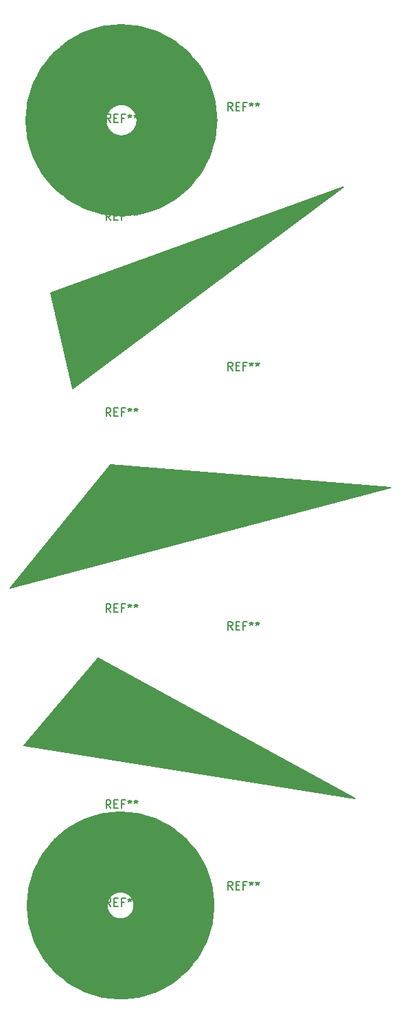
<source format=gbr>
G04 #@! TF.GenerationSoftware,KiCad,Pcbnew,(5.0.0-rc2-47-g52fceb3)*
G04 #@! TF.CreationDate,2018-06-13T16:43:58-05:00*
G04 #@! TF.ProjectId,nearness_att_panel,6E6561726E6573735F6174745F70616E,rev?*
G04 #@! TF.SameCoordinates,Original*
G04 #@! TF.FileFunction,Legend,Top*
G04 #@! TF.FilePolarity,Positive*
%FSLAX46Y46*%
G04 Gerber Fmt 4.6, Leading zero omitted, Abs format (unit mm)*
G04 Created by KiCad (PCBNEW (5.0.0-rc2-47-g52fceb3)) date Wednesday, June 13, 2018 at 04:43:58 PM*
%MOMM*%
%LPD*%
G01*
G04 APERTURE LIST*
%ADD10C,10.000000*%
%ADD11C,0.150000*%
G04 APERTURE END LIST*
D10*
X14317128Y-15951200D02*
G75*
G03X14317128Y-15951200I-6849528J0D01*
G01*
X13954351Y-112623600D02*
G75*
G03X13954351Y-112623600I-6588351J0D01*
G01*
D11*
G36*
X4622800Y-82194400D02*
X-4521200Y-92913200D01*
X36271200Y-99466400D01*
X4622800Y-82194400D01*
G37*
X4622800Y-82194400D02*
X-4521200Y-92913200D01*
X36271200Y-99466400D01*
X4622800Y-82194400D01*
G36*
X6096000Y-58369200D02*
X-6248400Y-73558400D01*
X40690800Y-61163200D01*
X6096000Y-58369200D01*
G37*
X6096000Y-58369200D02*
X-6248400Y-73558400D01*
X40690800Y-61163200D01*
X6096000Y-58369200D01*
G36*
X-1219200Y-37185600D02*
X1473200Y-48971200D01*
X34798000Y-24180800D01*
X-1219200Y-37185600D01*
G37*
X-1219200Y-37185600D02*
X1473200Y-48971200D01*
X34798000Y-24180800D01*
X-1219200Y-37185600D01*
G04 #@! TO.C,REF\002A\002A*
X6166666Y-16192380D02*
X5833333Y-15716190D01*
X5595238Y-16192380D02*
X5595238Y-15192380D01*
X5976190Y-15192380D01*
X6071428Y-15240000D01*
X6119047Y-15287619D01*
X6166666Y-15382857D01*
X6166666Y-15525714D01*
X6119047Y-15620952D01*
X6071428Y-15668571D01*
X5976190Y-15716190D01*
X5595238Y-15716190D01*
X6595238Y-15668571D02*
X6928571Y-15668571D01*
X7071428Y-16192380D02*
X6595238Y-16192380D01*
X6595238Y-15192380D01*
X7071428Y-15192380D01*
X7833333Y-15668571D02*
X7500000Y-15668571D01*
X7500000Y-16192380D02*
X7500000Y-15192380D01*
X7976190Y-15192380D01*
X8500000Y-15192380D02*
X8500000Y-15430476D01*
X8261904Y-15335238D02*
X8500000Y-15430476D01*
X8738095Y-15335238D01*
X8357142Y-15620952D02*
X8500000Y-15430476D01*
X8642857Y-15620952D01*
X9261904Y-15192380D02*
X9261904Y-15430476D01*
X9023809Y-15335238D02*
X9261904Y-15430476D01*
X9500000Y-15335238D01*
X9119047Y-15620952D02*
X9261904Y-15430476D01*
X9404761Y-15620952D01*
X21166666Y-110668380D02*
X20833333Y-110192190D01*
X20595238Y-110668380D02*
X20595238Y-109668380D01*
X20976190Y-109668380D01*
X21071428Y-109716000D01*
X21119047Y-109763619D01*
X21166666Y-109858857D01*
X21166666Y-110001714D01*
X21119047Y-110096952D01*
X21071428Y-110144571D01*
X20976190Y-110192190D01*
X20595238Y-110192190D01*
X21595238Y-110144571D02*
X21928571Y-110144571D01*
X22071428Y-110668380D02*
X21595238Y-110668380D01*
X21595238Y-109668380D01*
X22071428Y-109668380D01*
X22833333Y-110144571D02*
X22500000Y-110144571D01*
X22500000Y-110668380D02*
X22500000Y-109668380D01*
X22976190Y-109668380D01*
X23500000Y-109668380D02*
X23500000Y-109906476D01*
X23261904Y-109811238D02*
X23500000Y-109906476D01*
X23738095Y-109811238D01*
X23357142Y-110096952D02*
X23500000Y-109906476D01*
X23642857Y-110096952D01*
X24261904Y-109668380D02*
X24261904Y-109906476D01*
X24023809Y-109811238D02*
X24261904Y-109906476D01*
X24500000Y-109811238D01*
X24119047Y-110096952D02*
X24261904Y-109906476D01*
X24404761Y-110096952D01*
X21166666Y-94687380D02*
X20833333Y-94211190D01*
X20595238Y-94687380D02*
X20595238Y-93687380D01*
X20976190Y-93687380D01*
X21071428Y-93735000D01*
X21119047Y-93782619D01*
X21166666Y-93877857D01*
X21166666Y-94020714D01*
X21119047Y-94115952D01*
X21071428Y-94163571D01*
X20976190Y-94211190D01*
X20595238Y-94211190D01*
X21595238Y-94163571D02*
X21928571Y-94163571D01*
X22071428Y-94687380D02*
X21595238Y-94687380D01*
X21595238Y-93687380D01*
X22071428Y-93687380D01*
X22833333Y-94163571D02*
X22500000Y-94163571D01*
X22500000Y-94687380D02*
X22500000Y-93687380D01*
X22976190Y-93687380D01*
X23500000Y-93687380D02*
X23500000Y-93925476D01*
X23261904Y-93830238D02*
X23500000Y-93925476D01*
X23738095Y-93830238D01*
X23357142Y-94115952D02*
X23500000Y-93925476D01*
X23642857Y-94115952D01*
X24261904Y-93687380D02*
X24261904Y-93925476D01*
X24023809Y-93830238D02*
X24261904Y-93925476D01*
X24500000Y-93830238D01*
X24119047Y-94115952D02*
X24261904Y-93925476D01*
X24404761Y-94115952D01*
X21166666Y-78705380D02*
X20833333Y-78229190D01*
X20595238Y-78705380D02*
X20595238Y-77705380D01*
X20976190Y-77705380D01*
X21071428Y-77753000D01*
X21119047Y-77800619D01*
X21166666Y-77895857D01*
X21166666Y-78038714D01*
X21119047Y-78133952D01*
X21071428Y-78181571D01*
X20976190Y-78229190D01*
X20595238Y-78229190D01*
X21595238Y-78181571D02*
X21928571Y-78181571D01*
X22071428Y-78705380D02*
X21595238Y-78705380D01*
X21595238Y-77705380D01*
X22071428Y-77705380D01*
X22833333Y-78181571D02*
X22500000Y-78181571D01*
X22500000Y-78705380D02*
X22500000Y-77705380D01*
X22976190Y-77705380D01*
X23500000Y-77705380D02*
X23500000Y-77943476D01*
X23261904Y-77848238D02*
X23500000Y-77943476D01*
X23738095Y-77848238D01*
X23357142Y-78133952D02*
X23500000Y-77943476D01*
X23642857Y-78133952D01*
X24261904Y-77705380D02*
X24261904Y-77943476D01*
X24023809Y-77848238D02*
X24261904Y-77943476D01*
X24500000Y-77848238D01*
X24119047Y-78133952D02*
X24261904Y-77943476D01*
X24404761Y-78133952D01*
X21166666Y-62724380D02*
X20833333Y-62248190D01*
X20595238Y-62724380D02*
X20595238Y-61724380D01*
X20976190Y-61724380D01*
X21071428Y-61772000D01*
X21119047Y-61819619D01*
X21166666Y-61914857D01*
X21166666Y-62057714D01*
X21119047Y-62152952D01*
X21071428Y-62200571D01*
X20976190Y-62248190D01*
X20595238Y-62248190D01*
X21595238Y-62200571D02*
X21928571Y-62200571D01*
X22071428Y-62724380D02*
X21595238Y-62724380D01*
X21595238Y-61724380D01*
X22071428Y-61724380D01*
X22833333Y-62200571D02*
X22500000Y-62200571D01*
X22500000Y-62724380D02*
X22500000Y-61724380D01*
X22976190Y-61724380D01*
X23500000Y-61724380D02*
X23500000Y-61962476D01*
X23261904Y-61867238D02*
X23500000Y-61962476D01*
X23738095Y-61867238D01*
X23357142Y-62152952D02*
X23500000Y-61962476D01*
X23642857Y-62152952D01*
X24261904Y-61724380D02*
X24261904Y-61962476D01*
X24023809Y-61867238D02*
X24261904Y-61962476D01*
X24500000Y-61867238D01*
X24119047Y-62152952D02*
X24261904Y-61962476D01*
X24404761Y-62152952D01*
X21166666Y-46743380D02*
X20833333Y-46267190D01*
X20595238Y-46743380D02*
X20595238Y-45743380D01*
X20976190Y-45743380D01*
X21071428Y-45791000D01*
X21119047Y-45838619D01*
X21166666Y-45933857D01*
X21166666Y-46076714D01*
X21119047Y-46171952D01*
X21071428Y-46219571D01*
X20976190Y-46267190D01*
X20595238Y-46267190D01*
X21595238Y-46219571D02*
X21928571Y-46219571D01*
X22071428Y-46743380D02*
X21595238Y-46743380D01*
X21595238Y-45743380D01*
X22071428Y-45743380D01*
X22833333Y-46219571D02*
X22500000Y-46219571D01*
X22500000Y-46743380D02*
X22500000Y-45743380D01*
X22976190Y-45743380D01*
X23500000Y-45743380D02*
X23500000Y-45981476D01*
X23261904Y-45886238D02*
X23500000Y-45981476D01*
X23738095Y-45886238D01*
X23357142Y-46171952D02*
X23500000Y-45981476D01*
X23642857Y-46171952D01*
X24261904Y-45743380D02*
X24261904Y-45981476D01*
X24023809Y-45886238D02*
X24261904Y-45981476D01*
X24500000Y-45886238D01*
X24119047Y-46171952D02*
X24261904Y-45981476D01*
X24404761Y-46171952D01*
X21166666Y-30762380D02*
X20833333Y-30286190D01*
X20595238Y-30762380D02*
X20595238Y-29762380D01*
X20976190Y-29762380D01*
X21071428Y-29810000D01*
X21119047Y-29857619D01*
X21166666Y-29952857D01*
X21166666Y-30095714D01*
X21119047Y-30190952D01*
X21071428Y-30238571D01*
X20976190Y-30286190D01*
X20595238Y-30286190D01*
X21595238Y-30238571D02*
X21928571Y-30238571D01*
X22071428Y-30762380D02*
X21595238Y-30762380D01*
X21595238Y-29762380D01*
X22071428Y-29762380D01*
X22833333Y-30238571D02*
X22500000Y-30238571D01*
X22500000Y-30762380D02*
X22500000Y-29762380D01*
X22976190Y-29762380D01*
X23500000Y-29762380D02*
X23500000Y-30000476D01*
X23261904Y-29905238D02*
X23500000Y-30000476D01*
X23738095Y-29905238D01*
X23357142Y-30190952D02*
X23500000Y-30000476D01*
X23642857Y-30190952D01*
X24261904Y-29762380D02*
X24261904Y-30000476D01*
X24023809Y-29905238D02*
X24261904Y-30000476D01*
X24500000Y-29905238D01*
X24119047Y-30190952D02*
X24261904Y-30000476D01*
X24404761Y-30190952D01*
X21166666Y-14781380D02*
X20833333Y-14305190D01*
X20595238Y-14781380D02*
X20595238Y-13781380D01*
X20976190Y-13781380D01*
X21071428Y-13829000D01*
X21119047Y-13876619D01*
X21166666Y-13971857D01*
X21166666Y-14114714D01*
X21119047Y-14209952D01*
X21071428Y-14257571D01*
X20976190Y-14305190D01*
X20595238Y-14305190D01*
X21595238Y-14257571D02*
X21928571Y-14257571D01*
X22071428Y-14781380D02*
X21595238Y-14781380D01*
X21595238Y-13781380D01*
X22071428Y-13781380D01*
X22833333Y-14257571D02*
X22500000Y-14257571D01*
X22500000Y-14781380D02*
X22500000Y-13781380D01*
X22976190Y-13781380D01*
X23500000Y-13781380D02*
X23500000Y-14019476D01*
X23261904Y-13924238D02*
X23500000Y-14019476D01*
X23738095Y-13924238D01*
X23357142Y-14209952D02*
X23500000Y-14019476D01*
X23642857Y-14209952D01*
X24261904Y-13781380D02*
X24261904Y-14019476D01*
X24023809Y-13924238D02*
X24261904Y-14019476D01*
X24500000Y-13924238D01*
X24119047Y-14209952D02*
X24261904Y-14019476D01*
X24404761Y-14209952D01*
X6166666Y-112712380D02*
X5833333Y-112236190D01*
X5595238Y-112712380D02*
X5595238Y-111712380D01*
X5976190Y-111712380D01*
X6071428Y-111760000D01*
X6119047Y-111807619D01*
X6166666Y-111902857D01*
X6166666Y-112045714D01*
X6119047Y-112140952D01*
X6071428Y-112188571D01*
X5976190Y-112236190D01*
X5595238Y-112236190D01*
X6595238Y-112188571D02*
X6928571Y-112188571D01*
X7071428Y-112712380D02*
X6595238Y-112712380D01*
X6595238Y-111712380D01*
X7071428Y-111712380D01*
X7833333Y-112188571D02*
X7500000Y-112188571D01*
X7500000Y-112712380D02*
X7500000Y-111712380D01*
X7976190Y-111712380D01*
X8500000Y-111712380D02*
X8500000Y-111950476D01*
X8261904Y-111855238D02*
X8500000Y-111950476D01*
X8738095Y-111855238D01*
X8357142Y-112140952D02*
X8500000Y-111950476D01*
X8642857Y-112140952D01*
X9261904Y-111712380D02*
X9261904Y-111950476D01*
X9023809Y-111855238D02*
X9261904Y-111950476D01*
X9500000Y-111855238D01*
X9119047Y-112140952D02*
X9261904Y-111950476D01*
X9404761Y-112140952D01*
X6166666Y-100647380D02*
X5833333Y-100171190D01*
X5595238Y-100647380D02*
X5595238Y-99647380D01*
X5976190Y-99647380D01*
X6071428Y-99695000D01*
X6119047Y-99742619D01*
X6166666Y-99837857D01*
X6166666Y-99980714D01*
X6119047Y-100075952D01*
X6071428Y-100123571D01*
X5976190Y-100171190D01*
X5595238Y-100171190D01*
X6595238Y-100123571D02*
X6928571Y-100123571D01*
X7071428Y-100647380D02*
X6595238Y-100647380D01*
X6595238Y-99647380D01*
X7071428Y-99647380D01*
X7833333Y-100123571D02*
X7500000Y-100123571D01*
X7500000Y-100647380D02*
X7500000Y-99647380D01*
X7976190Y-99647380D01*
X8500000Y-99647380D02*
X8500000Y-99885476D01*
X8261904Y-99790238D02*
X8500000Y-99885476D01*
X8738095Y-99790238D01*
X8357142Y-100075952D02*
X8500000Y-99885476D01*
X8642857Y-100075952D01*
X9261904Y-99647380D02*
X9261904Y-99885476D01*
X9023809Y-99790238D02*
X9261904Y-99885476D01*
X9500000Y-99790238D01*
X9119047Y-100075952D02*
X9261904Y-99885476D01*
X9404761Y-100075952D01*
X6166666Y-88582380D02*
X5833333Y-88106190D01*
X5595238Y-88582380D02*
X5595238Y-87582380D01*
X5976190Y-87582380D01*
X6071428Y-87630000D01*
X6119047Y-87677619D01*
X6166666Y-87772857D01*
X6166666Y-87915714D01*
X6119047Y-88010952D01*
X6071428Y-88058571D01*
X5976190Y-88106190D01*
X5595238Y-88106190D01*
X6595238Y-88058571D02*
X6928571Y-88058571D01*
X7071428Y-88582380D02*
X6595238Y-88582380D01*
X6595238Y-87582380D01*
X7071428Y-87582380D01*
X7833333Y-88058571D02*
X7500000Y-88058571D01*
X7500000Y-88582380D02*
X7500000Y-87582380D01*
X7976190Y-87582380D01*
X8500000Y-87582380D02*
X8500000Y-87820476D01*
X8261904Y-87725238D02*
X8500000Y-87820476D01*
X8738095Y-87725238D01*
X8357142Y-88010952D02*
X8500000Y-87820476D01*
X8642857Y-88010952D01*
X9261904Y-87582380D02*
X9261904Y-87820476D01*
X9023809Y-87725238D02*
X9261904Y-87820476D01*
X9500000Y-87725238D01*
X9119047Y-88010952D02*
X9261904Y-87820476D01*
X9404761Y-88010952D01*
X6166666Y-76517380D02*
X5833333Y-76041190D01*
X5595238Y-76517380D02*
X5595238Y-75517380D01*
X5976190Y-75517380D01*
X6071428Y-75565000D01*
X6119047Y-75612619D01*
X6166666Y-75707857D01*
X6166666Y-75850714D01*
X6119047Y-75945952D01*
X6071428Y-75993571D01*
X5976190Y-76041190D01*
X5595238Y-76041190D01*
X6595238Y-75993571D02*
X6928571Y-75993571D01*
X7071428Y-76517380D02*
X6595238Y-76517380D01*
X6595238Y-75517380D01*
X7071428Y-75517380D01*
X7833333Y-75993571D02*
X7500000Y-75993571D01*
X7500000Y-76517380D02*
X7500000Y-75517380D01*
X7976190Y-75517380D01*
X8500000Y-75517380D02*
X8500000Y-75755476D01*
X8261904Y-75660238D02*
X8500000Y-75755476D01*
X8738095Y-75660238D01*
X8357142Y-75945952D02*
X8500000Y-75755476D01*
X8642857Y-75945952D01*
X9261904Y-75517380D02*
X9261904Y-75755476D01*
X9023809Y-75660238D02*
X9261904Y-75755476D01*
X9500000Y-75660238D01*
X9119047Y-75945952D02*
X9261904Y-75755476D01*
X9404761Y-75945952D01*
X6166666Y-64452380D02*
X5833333Y-63976190D01*
X5595238Y-64452380D02*
X5595238Y-63452380D01*
X5976190Y-63452380D01*
X6071428Y-63500000D01*
X6119047Y-63547619D01*
X6166666Y-63642857D01*
X6166666Y-63785714D01*
X6119047Y-63880952D01*
X6071428Y-63928571D01*
X5976190Y-63976190D01*
X5595238Y-63976190D01*
X6595238Y-63928571D02*
X6928571Y-63928571D01*
X7071428Y-64452380D02*
X6595238Y-64452380D01*
X6595238Y-63452380D01*
X7071428Y-63452380D01*
X7833333Y-63928571D02*
X7500000Y-63928571D01*
X7500000Y-64452380D02*
X7500000Y-63452380D01*
X7976190Y-63452380D01*
X8500000Y-63452380D02*
X8500000Y-63690476D01*
X8261904Y-63595238D02*
X8500000Y-63690476D01*
X8738095Y-63595238D01*
X8357142Y-63880952D02*
X8500000Y-63690476D01*
X8642857Y-63880952D01*
X9261904Y-63452380D02*
X9261904Y-63690476D01*
X9023809Y-63595238D02*
X9261904Y-63690476D01*
X9500000Y-63595238D01*
X9119047Y-63880952D02*
X9261904Y-63690476D01*
X9404761Y-63880952D01*
X6166666Y-52387380D02*
X5833333Y-51911190D01*
X5595238Y-52387380D02*
X5595238Y-51387380D01*
X5976190Y-51387380D01*
X6071428Y-51435000D01*
X6119047Y-51482619D01*
X6166666Y-51577857D01*
X6166666Y-51720714D01*
X6119047Y-51815952D01*
X6071428Y-51863571D01*
X5976190Y-51911190D01*
X5595238Y-51911190D01*
X6595238Y-51863571D02*
X6928571Y-51863571D01*
X7071428Y-52387380D02*
X6595238Y-52387380D01*
X6595238Y-51387380D01*
X7071428Y-51387380D01*
X7833333Y-51863571D02*
X7500000Y-51863571D01*
X7500000Y-52387380D02*
X7500000Y-51387380D01*
X7976190Y-51387380D01*
X8500000Y-51387380D02*
X8500000Y-51625476D01*
X8261904Y-51530238D02*
X8500000Y-51625476D01*
X8738095Y-51530238D01*
X8357142Y-51815952D02*
X8500000Y-51625476D01*
X8642857Y-51815952D01*
X9261904Y-51387380D02*
X9261904Y-51625476D01*
X9023809Y-51530238D02*
X9261904Y-51625476D01*
X9500000Y-51530238D01*
X9119047Y-51815952D02*
X9261904Y-51625476D01*
X9404761Y-51815952D01*
X6166666Y-40322380D02*
X5833333Y-39846190D01*
X5595238Y-40322380D02*
X5595238Y-39322380D01*
X5976190Y-39322380D01*
X6071428Y-39370000D01*
X6119047Y-39417619D01*
X6166666Y-39512857D01*
X6166666Y-39655714D01*
X6119047Y-39750952D01*
X6071428Y-39798571D01*
X5976190Y-39846190D01*
X5595238Y-39846190D01*
X6595238Y-39798571D02*
X6928571Y-39798571D01*
X7071428Y-40322380D02*
X6595238Y-40322380D01*
X6595238Y-39322380D01*
X7071428Y-39322380D01*
X7833333Y-39798571D02*
X7500000Y-39798571D01*
X7500000Y-40322380D02*
X7500000Y-39322380D01*
X7976190Y-39322380D01*
X8500000Y-39322380D02*
X8500000Y-39560476D01*
X8261904Y-39465238D02*
X8500000Y-39560476D01*
X8738095Y-39465238D01*
X8357142Y-39750952D02*
X8500000Y-39560476D01*
X8642857Y-39750952D01*
X9261904Y-39322380D02*
X9261904Y-39560476D01*
X9023809Y-39465238D02*
X9261904Y-39560476D01*
X9500000Y-39465238D01*
X9119047Y-39750952D02*
X9261904Y-39560476D01*
X9404761Y-39750952D01*
X6166666Y-28257380D02*
X5833333Y-27781190D01*
X5595238Y-28257380D02*
X5595238Y-27257380D01*
X5976190Y-27257380D01*
X6071428Y-27305000D01*
X6119047Y-27352619D01*
X6166666Y-27447857D01*
X6166666Y-27590714D01*
X6119047Y-27685952D01*
X6071428Y-27733571D01*
X5976190Y-27781190D01*
X5595238Y-27781190D01*
X6595238Y-27733571D02*
X6928571Y-27733571D01*
X7071428Y-28257380D02*
X6595238Y-28257380D01*
X6595238Y-27257380D01*
X7071428Y-27257380D01*
X7833333Y-27733571D02*
X7500000Y-27733571D01*
X7500000Y-28257380D02*
X7500000Y-27257380D01*
X7976190Y-27257380D01*
X8500000Y-27257380D02*
X8500000Y-27495476D01*
X8261904Y-27400238D02*
X8500000Y-27495476D01*
X8738095Y-27400238D01*
X8357142Y-27685952D02*
X8500000Y-27495476D01*
X8642857Y-27685952D01*
X9261904Y-27257380D02*
X9261904Y-27495476D01*
X9023809Y-27400238D02*
X9261904Y-27495476D01*
X9500000Y-27400238D01*
X9119047Y-27685952D02*
X9261904Y-27495476D01*
X9404761Y-27685952D01*
G04 #@! TD*
M02*

</source>
